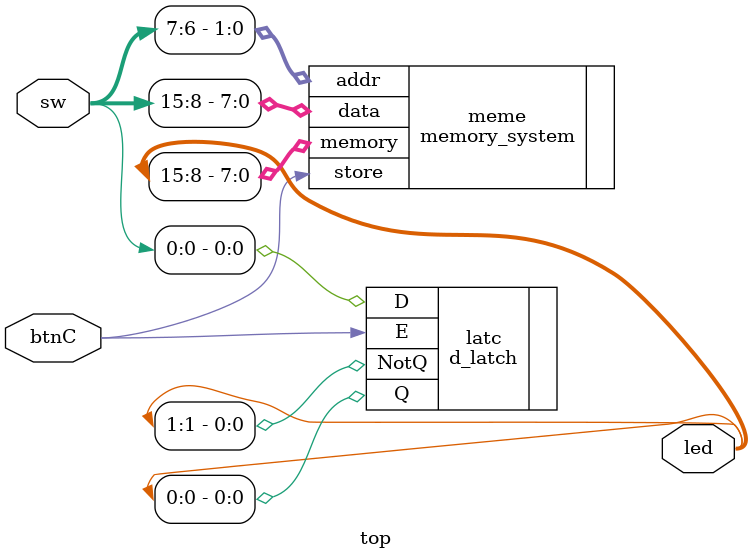
<source format=v>
module top(
     input [15:0] sw,
    input btnC,
    output [15:0] led
);
    d_latch latc(
        .D(sw[0]),
        .Q(led[0]),
        .NotQ(led[1]),
        .E(btnC)
    );
    memory_system meme(
        .data(sw[15:8]),
        .addr(sw[7:6]),
        .store(btnC),
        .memory(led[15:8])

    );
    
 endmodule   
    
    

    
    
    
    

</source>
